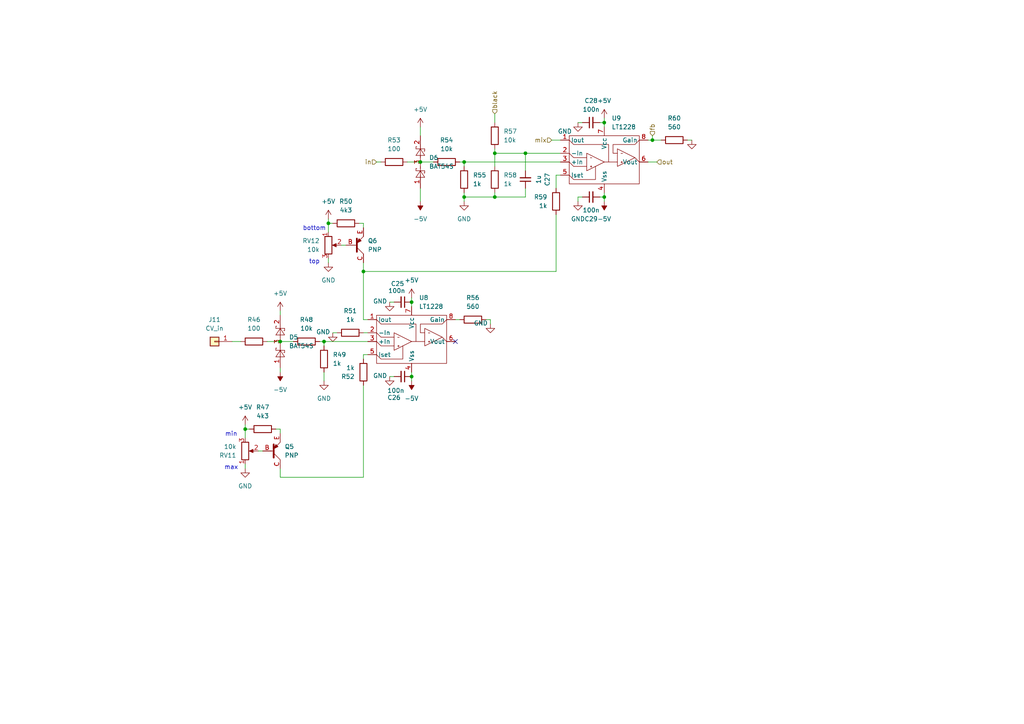
<source format=kicad_sch>
(kicad_sch (version 20250114) (generator "eeschema") (generator_version "9.0")
  (paper "A4")
  (lib_symbols
    (symbol "synkie_symbols:+5V" (power) (pin_names (offset 0))
      (property "Value" "+5V" (at 0 3.556 0))
      (symbol "+5V_0_1"
        (polyline (pts (xy -0.762 1.27) (xy 0 2.54)))
        (polyline (pts (xy 0 2.54) (xy 0.762 1.27)))
        (polyline (pts (xy 0 0) (xy 0 2.54)))
      )
      (symbol "+5V_1_1"
        (pin power_in line (at 0 0 90) (length 0) (hide yes) (name "+5V") (number "1"))
      )
    )
    (symbol "synkie_symbols:-5V" (power) (pin_names (offset 0))
      (property "Value" "-5V" (at 0 3.81 0))
      (symbol "-5V_0_0"
        (pin power_in line (at 0 0 90) (length 0) (hide yes) (name "-5V") (number "1"))
      )
      (symbol "-5V_0_1"
        (polyline (pts (xy 0 0) (xy 0 1.27) (xy 0.762 1.27) (xy 0 2.54) (xy -0.762 1.27) (xy 0 1.27)) (fill (type outline)))
      )
    )
    (symbol "synkie_symbols:BAT54S" (pin_names (offset 1.016))
      (property "Reference" "D" (at 0.635 -3.81 0))
      (property "Value" "BAT54S" (at -6.35 3.175 0))
      (symbol "BAT54S_0_1"
        (polyline (pts (xy -4.445 1.27) (xy -4.445 -1.27) (xy -2.54 0) (xy -4.445 1.27)))
        (polyline (pts (xy -3.81 0) (xy -1.27 0)))
        (polyline (pts (xy -3.175 -1.27) (xy -3.175 -1.016)))
        (polyline (pts (xy -2.54 1.27) (xy -1.905 1.27)))
        (polyline (pts (xy -2.54 -1.27) (xy -3.175 -1.27)))
        (polyline (pts (xy -2.54 -1.27) (xy -2.54 1.27)))
        (polyline (pts (xy -1.905 1.27) (xy -1.905 1.016)))
        (polyline (pts (xy -1.905 0) (xy 1.905 0)))
        (polyline (pts (xy 1.27 0) (xy 3.81 0)))
        (polyline (pts (xy 1.905 1.27) (xy 1.905 -1.27) (xy 3.81 0) (xy 1.905 1.27)))
        (polyline (pts (xy 3.175 -1.27) (xy 3.175 -1.016)))
        (polyline (pts (xy 3.81 1.27) (xy 4.445 1.27)))
        (polyline (pts (xy 3.81 -1.27) (xy 3.175 -1.27)))
        (polyline (pts (xy 3.81 -1.27) (xy 3.81 1.27)))
        (polyline (pts (xy 4.445 1.27) (xy 4.445 1.016)))
      )
      (symbol "BAT54S_1_1"
        (pin passive line (at -7.62 0 0) (length 3.81) (name "~") (number "1"))
        (pin passive line (at 0 0 0) (length 0) (name "~") (number "3"))
        (pin passive line (at 7.62 0 180) (length 3.81) (name "~") (number "2"))
      )
    )
    (symbol "synkie_symbols:C_Small" (pin_numbers (hide yes)) (pin_names (offset 0.254) (hide yes))
      (property "Reference" "C" (at 0.254 1.778 0))
      (property "Value" "C_Small" (at 0.254 -2.032 0))
      (symbol "C_Small_0_1"
        (polyline (pts (xy -1.524 0.508) (xy 1.524 0.508)) (stroke (width 0.3048)))
        (polyline (pts (xy -1.524 -0.508) (xy 1.524 -0.508)) (stroke (width 0.3302)))
      )
      (symbol "C_Small_1_1"
        (pin passive line (at 0 2.54 270) (length 2.032) (name "~") (number "1"))
        (pin passive line (at 0 -2.54 90) (length 2.032) (name "~") (number "2"))
      )
    )
    (symbol "synkie_symbols:Conn_01x01" (pin_names (offset 1.016) (hide yes))
      (property "Reference" "J" (at 0 2.54 0))
      (property "Value" "Conn_01x01" (at 0 -2.54 0))
      (symbol "Conn_01x01_1_1"
        (rectangle (start -1.27 1.27) (end 1.27 -1.27) (stroke (width 0.254)) (fill (type background)))
        (rectangle (start -1.27 0.127) (end 0 -0.127) (stroke (width 0.1524)))
        (pin passive line (at -5.08 0 0) (length 3.81) (name "Pin_1") (number "1"))
      )
    )
    (symbol "synkie_symbols:GND" (power) (pin_names (offset 0))
      (property "Value" "GND" (at 0 -3.81 0))
      (symbol "GND_0_1"
        (polyline (pts (xy 0 0) (xy 0 -1.27) (xy 1.27 -1.27) (xy 0 -2.54) (xy -1.27 -1.27) (xy 0 -1.27)))
      )
      (symbol "GND_1_1"
        (pin power_in line (at 0 0 270) (length 0) (hide yes) (name "GND") (number "1"))
      )
    )
    (symbol "synkie_symbols:LT1228"
      (property "Reference" "U" (at -8.89 8.89 0))
      (property "Value" "LT1228" (at -6.35 -7.62 0))
      (symbol "LT1228_0_0"
        (rectangle (start -10.16 7.62) (end 10.16 -6.35))
        (text "-" (at -3.81 1.27 0) (effects (font (size 0.635 0.635))))
        (text "+" (at -3.81 -1.27 0) (effects (font (size 0.635 0.635))))
        (text "-" (at 5.08 2.54 0) (effects (font (size 0.635 0.635))))
        (text "+" (at 5.08 0 0) (effects (font (size 0.635 0.635))))
      )
      (symbol "LT1228_0_1"
        (polyline (pts (xy -10.16 2.54) (xy -8.89 1.27) (xy -5.08 1.27)))
        (polyline (pts (xy -10.16 0) (xy -8.89 -1.27) (xy -5.08 -1.27)))
        (polyline (pts (xy -10.16 -3.81) (xy -8.89 -5.08) (xy -2.54 -5.08) (xy -2.54 -1.27)))
        (polyline (pts (xy -5.08 2.54) (xy -5.08 -2.54) (xy 0 0) (xy -5.08 2.54)))
        (polyline (pts (xy 3.81 3.81) (xy 3.81 -1.27) (xy 8.89 1.27) (xy 3.81 3.81)))
        (polyline (pts (xy 3.81 0) (xy 0 0) (xy 1.27 0) (xy 1.27 5.08) (xy -8.89 5.08) (xy -10.16 6.35)))
        (polyline (pts (xy 8.89 1.27) (xy 10.16 0)))
        (polyline (pts (xy 10.16 6.35) (xy 8.89 5.08) (xy 2.54 5.08) (xy 2.54 2.54) (xy 3.81 2.54)))
      )
      (symbol "LT1228_1_1"
        (pin passive line (at -12.7 6.35 0) (length 2.54) (name "Iout") (number "1"))
        (pin input line (at -12.7 2.54 0) (length 2.54) (name "-In") (number "2"))
        (pin input line (at -12.7 0 0) (length 2.54) (name "+In") (number "3"))
        (pin input line (at -12.7 -3.81 0) (length 2.54) (name "Iset") (number "5"))
        (pin power_in line (at 0 10.16 270) (length 2.54) (name "Vcc") (number "7"))
        (pin power_in line (at 0 -8.89 90) (length 2.54) (name "Vss") (number "4"))
        (pin input line (at 12.7 6.35 180) (length 2.54) (name "Gain") (number "8"))
        (pin output line (at 12.7 0 180) (length 2.54) (name "Vout") (number "6"))
      )
    )
    (symbol "synkie_symbols:R" (pin_numbers (hide yes)) (pin_names (offset 0))
      (property "Reference" "R" (at 2.032 0 90))
      (property "Value" "R" (at 0 0 90))
      (symbol "R_0_1"
        (rectangle (start -1.016 -2.54) (end 1.016 2.54) (stroke (width 0.254)))
      )
      (symbol "R_1_1"
        (pin passive line (at 0 3.81 270) (length 1.27) (name "~") (number "1"))
        (pin passive line (at 0 -3.81 90) (length 1.27) (name "~") (number "2"))
      )
    )
    (symbol "synkie_symbols:R_POT" (pin_names (offset 1.016) (hide yes))
      (property "Reference" "RV" (at -4.445 0 90))
      (property "Value" "R_POT" (at -2.54 0 90))
      (symbol "R_POT_0_1"
        (rectangle (start 1.016 2.54) (end -1.016 -2.54) (stroke (width 0.254)))
        (polyline (pts (xy 1.143 0) (xy 2.286 0.508) (xy 2.286 -0.508) (xy 1.143 0)) (fill (type outline)))
        (polyline (pts (xy 2.54 0) (xy 1.524 0)))
      )
      (symbol "R_POT_1_1"
        (pin passive line (at 0 3.81 270) (length 1.27) (name "1") (number "1"))
        (pin passive line (at 0 -3.81 90) (length 1.27) (name "3") (number "3"))
        (pin passive line (at 3.81 0 180) (length 1.27) (name "2") (number "2"))
      )
    )
    (symbol "synkie_symbols:Trans_PNP_Generic" (pin_names (offset 0) (hide yes))
      (property "Reference" "Q" (at 2.54 1.27 0))
      (property "Value" "Trans_PNP_Generic" (at 10.16 -1.27 0))
      (symbol "Trans_PNP_Generic_1_1"
        (polyline (pts (xy -1.27 0) (xy -0.635 0)))
        (polyline (pts (xy -0.635 -0.635) (xy 1.27 -2.54)))
        (polyline (pts (xy -0.635 -1.905) (xy -0.635 1.905)) (stroke (width 0.508)))
        (polyline (pts (xy 0.635 1.27) (xy 0 1.905) (xy -0.635 0.635) (xy 0.635 1.27)) (fill (type outline)))
        (polyline (pts (xy 1.27 2.54) (xy -0.635 0.635)))
        (pin input line (at -3.81 0 0) (length 2.54) (name "B") (number "B"))
        (pin passive line (at 1.27 5.08 270) (length 2.54) (name "E") (number "E"))
        (pin passive line (at 1.27 -5.08 90) (length 2.54) (name "C") (number "C"))
      )
    )
  )
  (text "max" (at 67.056 135.636 0) (effects (font (size 1.27 1.27))))
  (text "top" (at 91.186 75.946 0) (effects (font (size 1.27 1.27))))
  (text "bottom" (at 91.186 66.294 0) (effects (font (size 1.27 1.27))))
  (text "min" (at 67.056 125.984 0) (effects (font (size 1.27 1.27))))
  (junction (at 105.41 78.74))
  (junction (at 121.92 46.99))
  (junction (at 143.51 44.45))
  (junction (at 134.62 46.99))
  (junction (at 119.38 109.22))
  (junction (at 189.23 40.64))
  (junction (at 71.12 124.46))
  (junction (at 93.98 99.06))
  (junction (at 119.38 87.63))
  (junction (at 175.26 35.56))
  (junction (at 175.26 57.15))
  (junction (at 152.4 44.45))
  (junction (at 134.62 57.15))
  (junction (at 81.28 99.06))
  (junction (at 95.25 64.77))
  (junction (at 143.51 57.15))
  (no_connect (at 132.08 99.06))
  (wire (pts (xy 167.64 57.15) (xy 167.64 58.42)))
  (wire (pts (xy 152.4 57.15) (xy 143.51 57.15)))
  (wire (pts (xy 67.31 99.06) (xy 69.85 99.06)))
  (wire (pts (xy 105.41 78.74) (xy 105.41 92.71)))
  (wire (pts (xy 92.71 99.06) (xy 93.98 99.06)))
  (wire (pts (xy 175.26 35.56) (xy 175.26 36.83)))
  (wire (pts (xy 189.23 39.37) (xy 189.23 40.64)))
  (wire (pts (xy 142.24 92.71) (xy 142.24 93.98)))
  (wire (pts (xy 105.41 102.87) (xy 106.68 102.87)))
  (wire (pts (xy 160.02 40.64) (xy 162.56 40.64)))
  (wire (pts (xy 71.12 123.19) (xy 71.12 124.46)))
  (wire (pts (xy 175.26 55.88) (xy 175.26 57.15)))
  (wire (pts (xy 105.41 64.77) (xy 105.41 66.04)))
  (wire (pts (xy 81.28 99.06) (xy 85.09 99.06)))
  (wire (pts (xy 105.41 92.71) (xy 106.68 92.71)))
  (wire (pts (xy 199.39 40.64) (xy 200.66 40.64)))
  (wire (pts (xy 143.51 44.45) (xy 143.51 48.26)))
  (wire (pts (xy 167.64 57.15) (xy 168.91 57.15)))
  (wire (pts (xy 119.38 107.95) (xy 119.38 109.22)))
  (wire (pts (xy 118.11 46.99) (xy 121.92 46.99)))
  (wire (pts (xy 152.4 44.45) (xy 152.4 49.53)))
  (wire (pts (xy 96.52 64.77) (xy 95.25 64.77)))
  (wire (pts (xy 104.14 64.77) (xy 105.41 64.77)))
  (wire (pts (xy 143.51 55.88) (xy 143.51 57.15)))
  (wire (pts (xy 162.56 44.45) (xy 152.4 44.45)))
  (wire (pts (xy 134.62 55.88) (xy 134.62 57.15)))
  (wire (pts (xy 143.51 43.18) (xy 143.51 44.45)))
  (wire (pts (xy 71.12 134.62) (xy 71.12 135.89)))
  (wire (pts (xy 95.25 63.5) (xy 95.25 64.77)))
  (wire (pts (xy 105.41 138.43) (xy 105.41 111.76)))
  (wire (pts (xy 105.41 104.14) (xy 105.41 102.87)))
  (wire (pts (xy 162.56 50.8) (xy 161.29 50.8)))
  (wire (pts (xy 161.29 78.74) (xy 105.41 78.74)))
  (wire (pts (xy 81.28 135.89) (xy 81.28 138.43)))
  (wire (pts (xy 99.06 71.12) (xy 100.33 71.12)))
  (wire (pts (xy 189.23 40.64) (xy 191.77 40.64)))
  (wire (pts (xy 109.22 46.99) (xy 110.49 46.99)))
  (wire (pts (xy 93.98 99.06) (xy 106.68 99.06)))
  (wire (pts (xy 119.38 86.36) (xy 119.38 87.63)))
  (wire (pts (xy 95.25 74.93) (xy 95.25 76.2)))
  (wire (pts (xy 93.98 99.06) (xy 93.98 100.33)))
  (wire (pts (xy 113.03 87.63) (xy 114.3 87.63)))
  (wire (pts (xy 119.38 87.63) (xy 119.38 88.9)))
  (wire (pts (xy 105.41 76.2) (xy 105.41 78.74)))
  (wire (pts (xy 187.96 40.64) (xy 189.23 40.64)))
  (wire (pts (xy 134.62 57.15) (xy 134.62 58.42)))
  (wire (pts (xy 161.29 50.8) (xy 161.29 54.61)))
  (wire (pts (xy 167.64 35.56) (xy 168.91 35.56)))
  (wire (pts (xy 152.4 54.61) (xy 152.4 57.15)))
  (wire (pts (xy 119.38 109.22) (xy 119.38 110.49)))
  (wire (pts (xy 72.39 124.46) (xy 71.12 124.46)))
  (wire (pts (xy 132.08 92.71) (xy 133.35 92.71)))
  (wire (pts (xy 121.92 46.99) (xy 125.73 46.99)))
  (wire (pts (xy 187.96 46.99) (xy 190.5 46.99)))
  (wire (pts (xy 74.93 130.81) (xy 76.2 130.81)))
  (wire (pts (xy 173.99 35.56) (xy 175.26 35.56)))
  (wire (pts (xy 134.62 57.15) (xy 143.51 57.15)))
  (wire (pts (xy 161.29 62.23) (xy 161.29 78.74)))
  (wire (pts (xy 81.28 138.43) (xy 105.41 138.43)))
  (wire (pts (xy 140.97 92.71) (xy 142.24 92.71)))
  (wire (pts (xy 173.99 57.15) (xy 175.26 57.15)))
  (wire (pts (xy 80.01 124.46) (xy 81.28 124.46)))
  (wire (pts (xy 121.92 54.61) (xy 121.92 58.42)))
  (wire (pts (xy 113.03 109.22) (xy 114.3 109.22)))
  (wire (pts (xy 96.52 96.52) (xy 97.79 96.52)))
  (wire (pts (xy 134.62 46.99) (xy 162.56 46.99)))
  (wire (pts (xy 134.62 46.99) (xy 134.62 48.26)))
  (wire (pts (xy 175.26 34.29) (xy 175.26 35.56)))
  (wire (pts (xy 105.41 96.52) (xy 106.68 96.52)))
  (wire (pts (xy 95.25 64.77) (xy 95.25 67.31)))
  (wire (pts (xy 143.51 33.02) (xy 143.51 35.56)))
  (wire (pts (xy 133.35 46.99) (xy 134.62 46.99)))
  (wire (pts (xy 121.92 36.83) (xy 121.92 39.37)))
  (wire (pts (xy 71.12 124.46) (xy 71.12 127)))
  (wire (pts (xy 81.28 90.17) (xy 81.28 91.44)))
  (wire (pts (xy 175.26 57.15) (xy 175.26 58.42)))
  (wire (pts (xy 152.4 44.45) (xy 143.51 44.45)))
  (wire (pts (xy 77.47 99.06) (xy 81.28 99.06)))
  (wire (pts (xy 81.28 124.46) (xy 81.28 125.73)))
  (wire (pts (xy 93.98 107.95) (xy 93.98 110.49)))
  (wire (pts (xy 81.28 106.68) (xy 81.28 107.95)))
  (hierarchical_label "out" (shape input) (at 190.5 46.99 0))
  (hierarchical_label "mix" (shape input) (at 160.02 40.64 180))
  (hierarchical_label "in" (shape input) (at 109.22 46.99 180))
  (hierarchical_label "black" (shape input) (at 143.51 33.02 90))
  (hierarchical_label "fb" (shape input) (at 189.23 39.37 90))
  (symbol (lib_id "synkie_symbols:R") (at 105.41 107.95 0) (unit 1)
    (property "Reference" "R22" (at 102.87 109.2201 0) (effects (justify right)))
    (property "Value" "1k" (at 102.87 106.6801 0) (effects (justify right)))
    (property "Footprint" "synkie_footprints:R_0805_2012Metric_Pad1.15x1.40mm_HandSolder" (effects (hide yes)))
    (property "Description" "Resistor" (effects (hide yes)))
    (instances (project "sk162-herd-mixer" (path "" (reference "R52") (unit 1)) (path "" (reference "R37") (unit 1)) (path "" (reference "R82") (unit 1)) (path "" (reference "R97") (unit 1)) (path "" (reference "R67") (unit 1)) (path "" (reference "R22") (unit 1))))
  )
  (symbol (lib_id "synkie_symbols:R") (at 93.98 104.14 180) (unit 1)
    (property "Reference" "R19" (at 96.52 102.8699 0) (effects (justify right)))
    (property "Value" "1k" (at 96.52 105.4099 0) (effects (justify right)))
    (property "Footprint" "synkie_footprints:R_0805_2012Metric_Pad1.15x1.40mm_HandSolder" (effects (hide yes)))
    (property "Description" "Resistor" (effects (hide yes)))
    (instances (project "sk162-herd-mixer" (path "" (reference "R49") (unit 1)) (path "" (reference "R34") (unit 1)) (path "" (reference "R79") (unit 1)) (path "" (reference "R94") (unit 1)) (path "" (reference "R64") (unit 1)) (path "" (reference "R19") (unit 1))))
  )
  (symbol (lib_id "synkie_symbols:+5V") (at 81.28 90.17 0) (unit 1)
    (property "Reference" "#PWR034" (effects (hide yes)))
    (property "Value" "+5V" (at 81.28 85.09 0))
    (property "Description" "Power symbol creates a global label with name \"+5V\"" (effects (hide yes)))
    (instances (project "sk162-herd-mixer" (path "" (reference "#PWR076") (unit 1)) (path "" (reference "#PWR055") (unit 1)) (path "" (reference "#PWR0118") (unit 1)) (path "" (reference "#PWR0139") (unit 1)) (path "" (reference "#PWR097") (unit 1)) (path "" (reference "#PWR034") (unit 1))))
  )
  (symbol (lib_id "synkie_symbols:GND") (at 134.62 58.42 0) (unit 1)
    (property "Reference" "#PWR046" (effects (hide yes)))
    (property "Value" "GND" (at 134.62 63.5 0))
    (property "Description" "Power symbol creates a global label with name \"GND\" , ground" (effects (hide yes)))
    (instances (project "sk162-herd-mixer" (path "" (reference "#PWR088") (unit 1)) (path "" (reference "#PWR067") (unit 1)) (path "" (reference "#PWR0130") (unit 1)) (path "" (reference "#PWR0151") (unit 1)) (path "" (reference "#PWR0109") (unit 1)) (path "" (reference "#PWR046") (unit 1))))
  )
  (symbol (lib_id "synkie_symbols:Conn_01x01") (at 62.23 99.06 180) (unit 1)
    (property "Reference" "J9" (at 62.23 92.71 0))
    (property "Value" "CV_in" (at 62.23 95.25 0))
    (property "Footprint" "synkie_footprints:Solderpad-SYNKIEPAD-2mm" (effects (hide yes)))
    (property "Description" "Generic connector, single row, 01x01, script generated (kicad-library-utils/schlib/autogen/connector/)" (effects (hide yes)))
    (instances (project "sk162-herd-mixer" (path "" (reference "J11") (unit 1)) (path "" (reference "J10") (unit 1)) (path "" (reference "J13") (unit 1)) (path "" (reference "J14") (unit 1)) (path "" (reference "J12") (unit 1)) (path "" (reference "J9") (unit 1))))
  )
  (symbol (lib_id "synkie_symbols:R") (at 137.16 92.71 270) (unit 1)
    (property "Reference" "R26" (at 137.16 86.36 90))
    (property "Value" "560" (at 137.16 88.9 90))
    (property "Footprint" "synkie_footprints:R_0805_2012Metric_Pad1.15x1.40mm_HandSolder" (effects (hide yes)))
    (property "Description" "Resistor" (effects (hide yes)))
    (instances (project "sk162-herd-mixer" (path "" (reference "R56") (unit 1)) (path "" (reference "R41") (unit 1)) (path "" (reference "R86") (unit 1)) (path "" (reference "R101") (unit 1)) (path "" (reference "R71") (unit 1)) (path "" (reference "R26") (unit 1))))
  )
  (symbol (lib_id "synkie_symbols:GND") (at 113.03 87.63 0) (unit 1)
    (property "Reference" "#PWR040" (effects (hide yes)))
    (property "Value" "GND" (at 110.236 87.376 0))
    (property "Description" "Power symbol creates a global label with name \"GND\" , ground" (effects (hide yes)))
    (instances (project "sk162-herd-mixer" (path "" (reference "#PWR082") (unit 1)) (path "" (reference "#PWR061") (unit 1)) (path "" (reference "#PWR0124") (unit 1)) (path "" (reference "#PWR0145") (unit 1)) (path "" (reference "#PWR0103") (unit 1)) (path "" (reference "#PWR040") (unit 1))))
  )
  (symbol (lib_id "synkie_symbols:R_POT") (at 95.25 71.12 0) (unit 1)
    (property "Reference" "RV8" (at 92.71 69.8499 0) (effects (justify right)))
    (property "Value" "10k" (at 92.71 72.3899 0) (effects (justify right)))
    (property "Footprint" "synkie_footprints:Potentiometer_Alps_RS6011xP_Slide" (effects (hide yes)))
    (property "Description" "Potentiometer" (effects (hide yes)))
    (instances (project "sk162-herd-mixer" (path "" (reference "RV12") (unit 1)) (path "" (reference "RV10") (unit 1)) (path "" (reference "RV16") (unit 1)) (path "" (reference "RV18") (unit 1)) (path "" (reference "RV14") (unit 1)) (path "" (reference "RV8") (unit 1))))
  )
  (symbol (lib_id "synkie_symbols:LT1228") (at 175.26 46.99 0) (unit 1)
    (property "Reference" "U5" (at 177.4033 34.29 0) (effects (justify left)))
    (property "Value" "LT1228" (at 177.4033 36.83 0) (effects (justify left)))
    (property "Footprint" "synkie_footprints:SOIC-8_3.9x4.9mm_P1.27mm" (effects (hide yes)))
    (property "Description" "LT1228 CFA with gain control" (effects (hide yes)))
    (instances (project "sk162-herd-mixer" (path "" (reference "U9") (unit 1)) (path "" (reference "U7") (unit 1)) (path "" (reference "U13") (unit 1)) (path "" (reference "U15") (unit 1)) (path "" (reference "U11") (unit 1)) (path "" (reference "U5") (unit 1))))
  )
  (symbol (lib_id "synkie_symbols:+5V") (at 119.38 86.36 0) (unit 1)
    (property "Reference" "#PWR042" (effects (hide yes)))
    (property "Value" "+5V" (at 119.38 81.28 0))
    (property "Description" "Power symbol creates a global label with name \"+5V\"" (effects (hide yes)))
    (instances (project "sk162-herd-mixer" (path "" (reference "#PWR084") (unit 1)) (path "" (reference "#PWR063") (unit 1)) (path "" (reference "#PWR0126") (unit 1)) (path "" (reference "#PWR0147") (unit 1)) (path "" (reference "#PWR0105") (unit 1)) (path "" (reference "#PWR042") (unit 1))))
  )
  (symbol (lib_id "synkie_symbols:C_Small") (at 152.4 52.07 180) (unit 1)
    (property "Reference" "C17" (at 158.75 52.0637 90))
    (property "Value" "1u" (at 156.21 52.0637 90))
    (property "Footprint" "synkie_footprints:C_0603_1608Metric_Pad1.05x0.95mm_HandSolder" (effects (hide yes)))
    (property "Description" "Unpolarized capacitor, small symbol" (effects (hide yes)))
    (instances (project "sk162-herd-mixer" (path "" (reference "C27") (unit 1)) (path "" (reference "C22") (unit 1)) (path "" (reference "C37") (unit 1)) (path "" (reference "C42") (unit 1)) (path "" (reference "C32") (unit 1)) (path "" (reference "C17") (unit 1))))
  )
  (symbol (lib_id "synkie_symbols:R_POT") (at 71.12 130.81 0) (mirror x) (unit 1)
    (property "Reference" "RV7" (at 68.58 132.0801 0) (effects (justify right)))
    (property "Value" "10k" (at 68.58 129.5401 0) (effects (justify right)))
    (property "Footprint" "synkie_footprints:Potentiometer_Alps_RK09K_Single_Vertical" (effects (hide yes)))
    (property "Description" "Potentiometer" (effects (hide yes)))
    (instances (project "sk162-herd-mixer" (path "" (reference "RV11") (unit 1)) (path "" (reference "RV9") (unit 1)) (path "" (reference "RV15") (unit 1)) (path "" (reference "RV17") (unit 1)) (path "" (reference "RV13") (unit 1)) (path "" (reference "RV7") (unit 1))))
  )
  (symbol (lib_id "synkie_symbols:Trans_PNP_Generic") (at 80.01 130.81 0) (unit 1)
    (property "Reference" "Q1" (at 82.55 129.5399 0) (effects (justify left)))
    (property "Value" "PNP" (at 82.55 132.0799 0) (effects (justify left)))
    (property "Footprint" "synkie_footprints:SOT-23_BEC" (effects (hide yes)))
    (property "Description" "Generic PNP transistor" (effects (hide yes)))
    (instances (project "sk162-herd-mixer" (path "" (reference "Q5") (unit 1)) (path "" (reference "Q3") (unit 1)) (path "" (reference "Q9") (unit 1)) (path "" (reference "Q11") (unit 1)) (path "" (reference "Q7") (unit 1)) (path "" (reference "Q1") (unit 1))))
  )
  (symbol (lib_id "synkie_symbols:GND") (at 95.25 76.2 0) (unit 1)
    (property "Reference" "#PWR038" (effects (hide yes)))
    (property "Value" "GND" (at 95.25 81.28 0))
    (property "Description" "Power symbol creates a global label with name \"GND\" , ground" (effects (hide yes)))
    (instances (project "sk162-herd-mixer" (path "" (reference "#PWR080") (unit 1)) (path "" (reference "#PWR059") (unit 1)) (path "" (reference "#PWR0122") (unit 1)) (path "" (reference "#PWR0143") (unit 1)) (path "" (reference "#PWR0101") (unit 1)) (path "" (reference "#PWR038") (unit 1))))
  )
  (symbol (lib_id "synkie_symbols:C_Small") (at 171.45 57.15 90) (unit 1)
    (property "Reference" "C19" (at 171.4563 63.5 90))
    (property "Value" "100n" (at 171.4563 60.96 90))
    (property "Footprint" "synkie_footprints:C_0603_1608Metric_Pad1.05x0.95mm_HandSolder" (effects (hide yes)))
    (property "Description" "Unpolarized capacitor, small symbol" (effects (hide yes)))
    (instances (project "sk162-herd-mixer" (path "" (reference "C29") (unit 1)) (path "" (reference "C24") (unit 1)) (path "" (reference "C39") (unit 1)) (path "" (reference "C44") (unit 1)) (path "" (reference "C34") (unit 1)) (path "" (reference "C19") (unit 1))))
  )
  (symbol (lib_id "synkie_symbols:R") (at 88.9 99.06 90) (unit 1)
    (property "Reference" "R18" (at 88.9 92.71 90))
    (property "Value" "10k" (at 88.9 95.25 90))
    (property "Footprint" "synkie_footprints:R_0805_2012Metric_Pad1.15x1.40mm_HandSolder" (effects (hide yes)))
    (property "Description" "Resistor" (effects (hide yes)))
    (instances (project "sk162-herd-mixer" (path "" (reference "R48") (unit 1)) (path "" (reference "R33") (unit 1)) (path "" (reference "R78") (unit 1)) (path "" (reference "R93") (unit 1)) (path "" (reference "R63") (unit 1)) (path "" (reference "R18") (unit 1))))
  )
  (symbol (lib_id "synkie_symbols:R") (at 73.66 99.06 90) (unit 1)
    (property "Reference" "R16" (at 73.66 92.71 90))
    (property "Value" "100" (at 73.66 95.25 90))
    (property "Footprint" "synkie_footprints:R_0805_2012Metric_Pad1.15x1.40mm_HandSolder" (effects (hide yes)))
    (property "Description" "Resistor" (effects (hide yes)))
    (instances (project "sk162-herd-mixer" (path "" (reference "R46") (unit 1)) (path "" (reference "R31") (unit 1)) (path "" (reference "R76") (unit 1)) (path "" (reference "R91") (unit 1)) (path "" (reference "R61") (unit 1)) (path "" (reference "R16") (unit 1))))
  )
  (symbol (lib_id "synkie_symbols:-5V") (at 119.38 110.49 180) (unit 1)
    (property "Reference" "#PWR043" (effects (hide yes)))
    (property "Value" "-5V" (at 119.38 115.57 0))
    (property "Description" "Power symbol creates a global label with name \"-5V\"" (effects (hide yes)))
    (instances (project "sk162-herd-mixer" (path "" (reference "#PWR085") (unit 1)) (path "" (reference "#PWR064") (unit 1)) (path "" (reference "#PWR0127") (unit 1)) (path "" (reference "#PWR0148") (unit 1)) (path "" (reference "#PWR0106") (unit 1)) (path "" (reference "#PWR043") (unit 1))))
  )
  (symbol (lib_id "synkie_symbols:-5V") (at 81.28 107.95 180) (unit 1)
    (property "Reference" "#PWR035" (effects (hide yes)))
    (property "Value" "-5V" (at 81.28 113.03 0))
    (property "Description" "Power symbol creates a global label with name \"-5V\"" (effects (hide yes)))
    (instances (project "sk162-herd-mixer" (path "" (reference "#PWR077") (unit 1)) (path "" (reference "#PWR056") (unit 1)) (path "" (reference "#PWR0119") (unit 1)) (path "" (reference "#PWR0140") (unit 1)) (path "" (reference "#PWR098") (unit 1)) (path "" (reference "#PWR035") (unit 1))))
  )
  (symbol (lib_id "synkie_symbols:R") (at 114.3 46.99 90) (unit 1)
    (property "Reference" "R23" (at 114.3 40.64 90))
    (property "Value" "100" (at 114.3 43.18 90))
    (property "Footprint" "synkie_footprints:R_0805_2012Metric_Pad1.15x1.40mm_HandSolder" (effects (hide yes)))
    (property "Description" "Resistor" (effects (hide yes)))
    (instances (project "sk162-herd-mixer" (path "" (reference "R53") (unit 1)) (path "" (reference "R38") (unit 1)) (path "" (reference "R83") (unit 1)) (path "" (reference "R98") (unit 1)) (path "" (reference "R68") (unit 1)) (path "" (reference "R23") (unit 1))))
  )
  (symbol (lib_id "synkie_symbols:BAT54S") (at 81.28 99.06 90) (unit 1)
    (property "Reference" "D1" (at 83.82 97.7899 90) (effects (justify right)))
    (property "Value" "BAT54S" (at 83.82 100.3299 90) (effects (justify right)))
    (property "Footprint" "synkie_footprints:SOT-23" (effects (hide yes)))
    (property "Datasheet" "https://www.diodes.com/assets/Datasheets/ds11005.pdf" (effects (hide yes)))
    (property "Description" "schottky barrier diode" (effects (hide yes)))
    (instances (project "sk162-herd-mixer" (path "" (reference "D5") (unit 1)) (path "" (reference "D3") (unit 1)) (path "" (reference "D9") (unit 1)) (path "" (reference "D11") (unit 1)) (path "" (reference "D7") (unit 1)) (path "" (reference "D1") (unit 1))))
  )
  (symbol (lib_id "synkie_symbols:GND") (at 96.52 96.52 0) (unit 1)
    (property "Reference" "#PWR039" (effects (hide yes)))
    (property "Value" "GND" (at 93.726 96.266 0))
    (property "Description" "Power symbol creates a global label with name \"GND\" , ground" (effects (hide yes)))
    (instances (project "sk162-herd-mixer" (path "" (reference "#PWR081") (unit 1)) (path "" (reference "#PWR060") (unit 1)) (path "" (reference "#PWR0123") (unit 1)) (path "" (reference "#PWR0144") (unit 1)) (path "" (reference "#PWR0102") (unit 1)) (path "" (reference "#PWR039") (unit 1))))
  )
  (symbol (lib_id "synkie_symbols:+5V") (at 71.12 123.19 0) (unit 1)
    (property "Reference" "#PWR032" (effects (hide yes)))
    (property "Value" "+5V" (at 71.12 118.11 0))
    (property "Description" "Power symbol creates a global label with name \"+5V\"" (effects (hide yes)))
    (instances (project "sk162-herd-mixer" (path "" (reference "#PWR074") (unit 1)) (path "" (reference "#PWR053") (unit 1)) (path "" (reference "#PWR0116") (unit 1)) (path "" (reference "#PWR0137") (unit 1)) (path "" (reference "#PWR095") (unit 1)) (path "" (reference "#PWR032") (unit 1))))
  )
  (symbol (lib_id "synkie_symbols:GND") (at 93.98 110.49 0) (unit 1)
    (property "Reference" "#PWR036" (effects (hide yes)))
    (property "Value" "GND" (at 93.98 115.57 0))
    (property "Description" "Power symbol creates a global label with name \"GND\" , ground" (effects (hide yes)))
    (instances (project "sk162-herd-mixer" (path "" (reference "#PWR078") (unit 1)) (path "" (reference "#PWR057") (unit 1)) (path "" (reference "#PWR0120") (unit 1)) (path "" (reference "#PWR0141") (unit 1)) (path "" (reference "#PWR099") (unit 1)) (path "" (reference "#PWR036") (unit 1))))
  )
  (symbol (lib_id "synkie_symbols:LT1228") (at 119.38 99.06 0) (unit 1)
    (property "Reference" "U4" (at 121.5233 86.36 0) (effects (justify left)))
    (property "Value" "LT1228" (at 121.5233 88.9 0) (effects (justify left)))
    (property "Footprint" "synkie_footprints:SOIC-8_3.9x4.9mm_P1.27mm" (effects (hide yes)))
    (property "Description" "LT1228 CFA with gain control" (effects (hide yes)))
    (instances (project "sk162-herd-mixer" (path "" (reference "U8") (unit 1)) (path "" (reference "U6") (unit 1)) (path "" (reference "U12") (unit 1)) (path "" (reference "U14") (unit 1)) (path "" (reference "U10") (unit 1)) (path "" (reference "U4") (unit 1))))
  )
  (symbol (lib_id "synkie_symbols:R") (at 101.6 96.52 270) (unit 1)
    (property "Reference" "R21" (at 101.6 90.17 90))
    (property "Value" "1k" (at 101.6 92.71 90))
    (property "Footprint" "synkie_footprints:R_0805_2012Metric_Pad1.15x1.40mm_HandSolder" (effects (hide yes)))
    (property "Description" "Resistor" (effects (hide yes)))
    (instances (project "sk162-herd-mixer" (path "" (reference "R51") (unit 1)) (path "" (reference "R36") (unit 1)) (path "" (reference "R81") (unit 1)) (path "" (reference "R96") (unit 1)) (path "" (reference "R66") (unit 1)) (path "" (reference "R21") (unit 1))))
  )
  (symbol (lib_id "synkie_symbols:R") (at 195.58 40.64 270) (unit 1)
    (property "Reference" "R30" (at 195.58 34.29 90))
    (property "Value" "560" (at 195.58 36.83 90))
    (property "Footprint" "synkie_footprints:R_0805_2012Metric_Pad1.15x1.40mm_HandSolder" (effects (hide yes)))
    (property "Description" "Resistor" (effects (hide yes)))
    (instances (project "sk162-herd-mixer" (path "" (reference "R60") (unit 1)) (path "" (reference "R45") (unit 1)) (path "" (reference "R90") (unit 1)) (path "" (reference "R105") (unit 1)) (path "" (reference "R75") (unit 1)) (path "" (reference "R30") (unit 1))))
  )
  (symbol (lib_id "synkie_symbols:GND") (at 113.03 109.22 0) (unit 1)
    (property "Reference" "#PWR041" (effects (hide yes)))
    (property "Value" "GND" (at 110.236 108.966 0))
    (property "Description" "Power symbol creates a global label with name \"GND\" , ground" (effects (hide yes)))
    (instances (project "sk162-herd-mixer" (path "" (reference "#PWR083") (unit 1)) (path "" (reference "#PWR062") (unit 1)) (path "" (reference "#PWR0125") (unit 1)) (path "" (reference "#PWR0146") (unit 1)) (path "" (reference "#PWR0104") (unit 1)) (path "" (reference "#PWR041") (unit 1))))
  )
  (symbol (lib_id "synkie_symbols:R") (at 76.2 124.46 270) (unit 1)
    (property "Reference" "R17" (at 76.2 118.11 90))
    (property "Value" "4k3" (at 76.2 120.65 90))
    (property "Footprint" "synkie_footprints:R_0805_2012Metric_Pad1.15x1.40mm_HandSolder" (effects (hide yes)))
    (property "Description" "Resistor" (effects (hide yes)))
    (instances (project "sk162-herd-mixer" (path "" (reference "R47") (unit 1)) (path "" (reference "R32") (unit 1)) (path "" (reference "R77") (unit 1)) (path "" (reference "R92") (unit 1)) (path "" (reference "R62") (unit 1)) (path "" (reference "R17") (unit 1))))
  )
  (symbol (lib_id "synkie_symbols:+5V") (at 95.25 63.5 0) (unit 1)
    (property "Reference" "#PWR037" (effects (hide yes)))
    (property "Value" "+5V" (at 95.25 58.42 0))
    (property "Description" "Power symbol creates a global label with name \"+5V\"" (effects (hide yes)))
    (instances (project "sk162-herd-mixer" (path "" (reference "#PWR079") (unit 1)) (path "" (reference "#PWR058") (unit 1)) (path "" (reference "#PWR0121") (unit 1)) (path "" (reference "#PWR0142") (unit 1)) (path "" (reference "#PWR0100") (unit 1)) (path "" (reference "#PWR037") (unit 1))))
  )
  (symbol (lib_id "synkie_symbols:C_Small") (at 116.84 87.63 270) (mirror x) (unit 1)
    (property "Reference" "C15" (at 115.316 82.296 90))
    (property "Value" "100n" (at 115.062 84.328 90))
    (property "Footprint" "synkie_footprints:C_0603_1608Metric_Pad1.05x0.95mm_HandSolder" (effects (hide yes)))
    (property "Description" "Unpolarized capacitor, small symbol" (effects (hide yes)))
    (instances (project "sk162-herd-mixer" (path "" (reference "C25") (unit 1)) (path "" (reference "C20") (unit 1)) (path "" (reference "C35") (unit 1)) (path "" (reference "C40") (unit 1)) (path "" (reference "C30") (unit 1)) (path "" (reference "C15") (unit 1))))
  )
  (symbol (lib_id "synkie_symbols:GND") (at 200.66 40.64 0) (unit 1)
    (property "Reference" "#PWR052" (effects (hide yes)))
    (property "Value" "GND" (effects (hide yes)))
    (property "Description" "Power symbol creates a global label with name \"GND\" , ground" (effects (hide yes)))
    (instances (project "sk162-herd-mixer" (path "" (reference "#PWR094") (unit 1)) (path "" (reference "#PWR073") (unit 1)) (path "" (reference "#PWR0136") (unit 1)) (path "" (reference "#PWR0157") (unit 1)) (path "" (reference "#PWR0115") (unit 1)) (path "" (reference "#PWR052") (unit 1))))
  )
  (symbol (lib_id "synkie_symbols:R") (at 143.51 39.37 0) (unit 1)
    (property "Reference" "R27" (at 146.05 38.0999 0) (effects (justify left)))
    (property "Value" "10k" (at 146.05 40.6399 0) (effects (justify left)))
    (property "Footprint" "synkie_footprints:R_0805_2012Metric_Pad1.15x1.40mm_HandSolder" (effects (hide yes)))
    (property "Description" "Resistor" (effects (hide yes)))
    (instances (project "sk162-herd-mixer" (path "" (reference "R57") (unit 1)) (path "" (reference "R42") (unit 1)) (path "" (reference "R87") (unit 1)) (path "" (reference "R102") (unit 1)) (path "" (reference "R72") (unit 1)) (path "" (reference "R27") (unit 1))))
  )
  (symbol (lib_id "synkie_symbols:+5V") (at 121.92 36.83 0) (unit 1)
    (property "Reference" "#PWR044" (effects (hide yes)))
    (property "Value" "+5V" (at 121.92 31.75 0))
    (property "Description" "Power symbol creates a global label with name \"+5V\"" (effects (hide yes)))
    (instances (project "sk162-herd-mixer" (path "" (reference "#PWR086") (unit 1)) (path "" (reference "#PWR065") (unit 1)) (path "" (reference "#PWR0128") (unit 1)) (path "" (reference "#PWR0149") (unit 1)) (path "" (reference "#PWR0107") (unit 1)) (path "" (reference "#PWR044") (unit 1))))
  )
  (symbol (lib_id "synkie_symbols:R") (at 161.29 58.42 0) (mirror x) (unit 1)
    (property "Reference" "R29" (at 158.75 57.1499 0) (effects (justify right)))
    (property "Value" "1k" (at 158.75 59.6899 0) (effects (justify right)))
    (property "Footprint" "synkie_footprints:R_0805_2012Metric_Pad1.15x1.40mm_HandSolder" (effects (hide yes)))
    (property "Description" "Resistor" (effects (hide yes)))
    (instances (project "sk162-herd-mixer" (path "" (reference "R59") (unit 1)) (path "" (reference "R44") (unit 1)) (path "" (reference "R89") (unit 1)) (path "" (reference "R104") (unit 1)) (path "" (reference "R74") (unit 1)) (path "" (reference "R29") (unit 1))))
  )
  (symbol (lib_id "synkie_symbols:R") (at 134.62 52.07 180) (unit 1)
    (property "Reference" "R25" (at 137.16 50.7999 0) (effects (justify right)))
    (property "Value" "1k" (at 137.16 53.3399 0) (effects (justify right)))
    (property "Footprint" "synkie_footprints:R_0805_2012Metric_Pad1.15x1.40mm_HandSolder" (effects (hide yes)))
    (property "Description" "Resistor" (effects (hide yes)))
    (instances (project "sk162-herd-mixer" (path "" (reference "R55") (unit 1)) (path "" (reference "R40") (unit 1)) (path "" (reference "R85") (unit 1)) (path "" (reference "R100") (unit 1)) (path "" (reference "R70") (unit 1)) (path "" (reference "R25") (unit 1))))
  )
  (symbol (lib_id "synkie_symbols:R") (at 143.51 52.07 180) (unit 1)
    (property "Reference" "R28" (at 146.05 50.7999 0) (effects (justify right)))
    (property "Value" "1k" (at 146.05 53.3399 0) (effects (justify right)))
    (property "Footprint" "synkie_footprints:R_0805_2012Metric_Pad1.15x1.40mm_HandSolder" (effects (hide yes)))
    (property "Description" "Resistor" (effects (hide yes)))
    (instances (project "sk162-herd-mixer" (path "" (reference "R58") (unit 1)) (path "" (reference "R43") (unit 1)) (path "" (reference "R88") (unit 1)) (path "" (reference "R103") (unit 1)) (path "" (reference "R73") (unit 1)) (path "" (reference "R28") (unit 1))))
  )
  (symbol (lib_id "synkie_symbols:BAT54S") (at 121.92 46.99 90) (unit 1)
    (property "Reference" "D2" (at 124.46 45.7199 90) (effects (justify right)))
    (property "Value" "BAT54S" (at 124.46 48.2599 90) (effects (justify right)))
    (property "Footprint" "synkie_footprints:SOT-23" (effects (hide yes)))
    (property "Datasheet" "https://www.diodes.com/assets/Datasheets/ds11005.pdf" (effects (hide yes)))
    (property "Description" "schottky barrier diode" (effects (hide yes)))
    (instances (project "sk162-herd-mixer" (path "" (reference "D6") (unit 1)) (path "" (reference "D4") (unit 1)) (path "" (reference "D10") (unit 1)) (path "" (reference "D12") (unit 1)) (path "" (reference "D8") (unit 1)) (path "" (reference "D2") (unit 1))))
  )
  (symbol (lib_id "synkie_symbols:-5V") (at 175.26 58.42 180) (unit 1)
    (property "Reference" "#PWR051" (effects (hide yes)))
    (property "Value" "-5V" (at 175.26 63.5 0))
    (property "Description" "Power symbol creates a global label with name \"-5V\"" (effects (hide yes)))
    (instances (project "sk162-herd-mixer" (path "" (reference "#PWR093") (unit 1)) (path "" (reference "#PWR072") (unit 1)) (path "" (reference "#PWR0135") (unit 1)) (path "" (reference "#PWR0156") (unit 1)) (path "" (reference "#PWR0114") (unit 1)) (path "" (reference "#PWR051") (unit 1))))
  )
  (symbol (lib_id "synkie_symbols:R") (at 100.33 64.77 270) (unit 1)
    (property "Reference" "R20" (at 100.33 58.42 90))
    (property "Value" "4k3" (at 100.33 60.96 90))
    (property "Footprint" "synkie_footprints:R_0805_2012Metric_Pad1.15x1.40mm_HandSolder" (effects (hide yes)))
    (property "Description" "Resistor" (effects (hide yes)))
    (instances (project "sk162-herd-mixer" (path "" (reference "R50") (unit 1)) (path "" (reference "R35") (unit 1)) (path "" (reference "R80") (unit 1)) (path "" (reference "R95") (unit 1)) (path "" (reference "R65") (unit 1)) (path "" (reference "R20") (unit 1))))
  )
  (symbol (lib_id "synkie_symbols:-5V") (at 121.92 58.42 180) (unit 1)
    (property "Reference" "#PWR045" (effects (hide yes)))
    (property "Value" "-5V" (at 121.92 63.5 0))
    (property "Description" "Power symbol creates a global label with name \"-5V\"" (effects (hide yes)))
    (instances (project "sk162-herd-mixer" (path "" (reference "#PWR087") (unit 1)) (path "" (reference "#PWR066") (unit 1)) (path "" (reference "#PWR0129") (unit 1)) (path "" (reference "#PWR0150") (unit 1)) (path "" (reference "#PWR0108") (unit 1)) (path "" (reference "#PWR045") (unit 1))))
  )
  (symbol (lib_id "synkie_symbols:C_Small") (at 171.45 35.56 90) (mirror x) (unit 1)
    (property "Reference" "C18" (at 171.4563 29.21 90))
    (property "Value" "100n" (at 171.4563 31.75 90))
    (property "Footprint" "synkie_footprints:C_0603_1608Metric_Pad1.05x0.95mm_HandSolder" (effects (hide yes)))
    (property "Description" "Unpolarized capacitor, small symbol" (effects (hide yes)))
    (instances (project "sk162-herd-mixer" (path "" (reference "C28") (unit 1)) (path "" (reference "C23") (unit 1)) (path "" (reference "C38") (unit 1)) (path "" (reference "C43") (unit 1)) (path "" (reference "C33") (unit 1)) (path "" (reference "C18") (unit 1))))
  )
  (symbol (lib_id "synkie_symbols:GND") (at 142.24 93.98 0) (unit 1)
    (property "Reference" "#PWR047" (effects (hide yes)))
    (property "Value" "GND" (at 139.446 93.726 0))
    (property "Description" "Power symbol creates a global label with name \"GND\" , ground" (effects (hide yes)))
    (instances (project "sk162-herd-mixer" (path "" (reference "#PWR089") (unit 1)) (path "" (reference "#PWR068") (unit 1)) (path "" (reference "#PWR0131") (unit 1)) (path "" (reference "#PWR0152") (unit 1)) (path "" (reference "#PWR0110") (unit 1)) (path "" (reference "#PWR047") (unit 1))))
  )
  (symbol (lib_id "synkie_symbols:Trans_PNP_Generic") (at 104.14 71.12 0) (unit 1)
    (property "Reference" "Q2" (at 106.68 69.8499 0) (effects (justify left)))
    (property "Value" "PNP" (at 106.68 72.3899 0) (effects (justify left)))
    (property "Footprint" "synkie_footprints:SOT-23_BEC" (effects (hide yes)))
    (property "Description" "Generic PNP transistor" (effects (hide yes)))
    (instances (project "sk162-herd-mixer" (path "" (reference "Q6") (unit 1)) (path "" (reference "Q4") (unit 1)) (path "" (reference "Q10") (unit 1)) (path "" (reference "Q12") (unit 1)) (path "" (reference "Q8") (unit 1)) (path "" (reference "Q2") (unit 1))))
  )
  (symbol (lib_id "synkie_symbols:R") (at 129.54 46.99 90) (unit 1)
    (property "Reference" "R24" (at 129.54 40.64 90))
    (property "Value" "10k" (at 129.54 43.18 90))
    (property "Footprint" "synkie_footprints:R_0805_2012Metric_Pad1.15x1.40mm_HandSolder" (effects (hide yes)))
    (property "Description" "Resistor" (effects (hide yes)))
    (instances (project "sk162-herd-mixer" (path "" (reference "R54") (unit 1)) (path "" (reference "R39") (unit 1)) (path "" (reference "R84") (unit 1)) (path "" (reference "R99") (unit 1)) (path "" (reference "R69") (unit 1)) (path "" (reference "R24") (unit 1))))
  )
  (symbol (lib_id "synkie_symbols:C_Small") (at 116.84 109.22 270) (unit 1)
    (property "Reference" "C16" (at 114.3 115.316 90))
    (property "Value" "100n" (at 114.808 113.284 90))
    (property "Footprint" "synkie_footprints:C_0603_1608Metric_Pad1.05x0.95mm_HandSolder" (effects (hide yes)))
    (property "Description" "Unpolarized capacitor, small symbol" (effects (hide yes)))
    (instances (project "sk162-herd-mixer" (path "" (reference "C26") (unit 1)) (path "" (reference "C21") (unit 1)) (path "" (reference "C36") (unit 1)) (path "" (reference "C41") (unit 1)) (path "" (reference "C31") (unit 1)) (path "" (reference "C16") (unit 1))))
  )
  (symbol (lib_id "synkie_symbols:GND") (at 167.64 58.42 0) (unit 1)
    (property "Reference" "#PWR049" (effects (hide yes)))
    (property "Value" "GND" (at 167.64 63.5 0))
    (property "Description" "Power symbol creates a global label with name \"GND\" , ground" (effects (hide yes)))
    (instances (project "sk162-herd-mixer" (path "" (reference "#PWR091") (unit 1)) (path "" (reference "#PWR070") (unit 1)) (path "" (reference "#PWR0133") (unit 1)) (path "" (reference "#PWR0154") (unit 1)) (path "" (reference "#PWR0112") (unit 1)) (path "" (reference "#PWR049") (unit 1))))
  )
  (symbol (lib_id "synkie_symbols:GND") (at 167.64 35.56 0) (unit 1)
    (property "Reference" "#PWR048" (effects (hide yes)))
    (property "Value" "GND" (at 163.83 38.1 0))
    (property "Description" "Power symbol creates a global label with name \"GND\" , ground" (effects (hide yes)))
    (instances (project "sk162-herd-mixer" (path "" (reference "#PWR090") (unit 1)) (path "" (reference "#PWR069") (unit 1)) (path "" (reference "#PWR0132") (unit 1)) (path "" (reference "#PWR0153") (unit 1)) (path "" (reference "#PWR0111") (unit 1)) (path "" (reference "#PWR048") (unit 1))))
  )
  (symbol (lib_id "synkie_symbols:+5V") (at 175.26 34.29 0) (unit 1)
    (property "Reference" "#PWR050" (effects (hide yes)))
    (property "Value" "+5V" (at 175.26 29.21 0))
    (property "Description" "Power symbol creates a global label with name \"+5V\"" (effects (hide yes)))
    (instances (project "sk162-herd-mixer" (path "" (reference "#PWR092") (unit 1)) (path "" (reference "#PWR071") (unit 1)) (path "" (reference "#PWR0134") (unit 1)) (path "" (reference "#PWR0155") (unit 1)) (path "" (reference "#PWR0113") (unit 1)) (path "" (reference "#PWR050") (unit 1))))
  )
  (symbol (lib_id "synkie_symbols:GND") (at 71.12 135.89 0) (unit 1)
    (property "Reference" "#PWR033" (effects (hide yes)))
    (property "Value" "GND" (at 71.12 140.97 0))
    (property "Description" "Power symbol creates a global label with name \"GND\" , ground" (effects (hide yes)))
    (instances (project "sk162-herd-mixer" (path "" (reference "#PWR075") (unit 1)) (path "" (reference "#PWR054") (unit 1)) (path "" (reference "#PWR0117") (unit 1)) (path "" (reference "#PWR0138") (unit 1)) (path "" (reference "#PWR096") (unit 1)) (path "" (reference "#PWR033") (unit 1))))
  )
)
</source>
